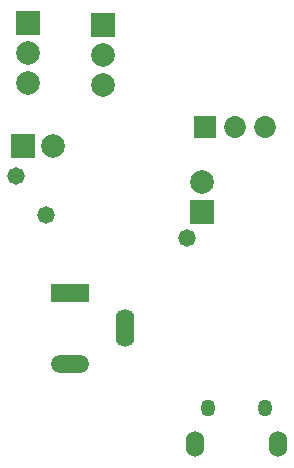
<source format=gbs>
G04*
G04 #@! TF.GenerationSoftware,Altium Limited,Altium Designer,21.2.2 (38)*
G04*
G04 Layer_Color=16711935*
%FSLAX25Y25*%
%MOIN*%
G70*
G04*
G04 #@! TF.SameCoordinates,88AEB5F1-5359-4116-BBE0-5A4BCC55C554*
G04*
G04*
G04 #@! TF.FilePolarity,Negative*
G04*
G01*
G75*
G04:AMPARAMS|DCode=33|XSize=125.98mil|YSize=62.99mil|CornerRadius=31.5mil|HoleSize=0mil|Usage=FLASHONLY|Rotation=180.000|XOffset=0mil|YOffset=0mil|HoleType=Round|Shape=RoundedRectangle|*
%AMROUNDEDRECTD33*
21,1,0.12598,0.00000,0,0,180.0*
21,1,0.06299,0.06299,0,0,180.0*
1,1,0.06299,-0.03150,0.00000*
1,1,0.06299,0.03150,0.00000*
1,1,0.06299,0.03150,0.00000*
1,1,0.06299,-0.03150,0.00000*
%
%ADD33ROUNDEDRECTD33*%
%ADD34R,0.12598X0.06299*%
G04:AMPARAMS|DCode=35|XSize=62.99mil|YSize=125.98mil|CornerRadius=31.5mil|HoleSize=0mil|Usage=FLASHONLY|Rotation=180.000|XOffset=0mil|YOffset=0mil|HoleType=Round|Shape=RoundedRectangle|*
%AMROUNDEDRECTD35*
21,1,0.06299,0.06299,0,0,180.0*
21,1,0.00000,0.12598,0,0,180.0*
1,1,0.06299,0.00000,0.03150*
1,1,0.06299,0.00000,0.03150*
1,1,0.06299,0.00000,-0.03150*
1,1,0.06299,0.00000,-0.03150*
%
%ADD35ROUNDEDRECTD35*%
%ADD36R,0.07887X0.07887*%
%ADD37C,0.07887*%
%ADD38C,0.07296*%
%ADD39R,0.07296X0.07296*%
%ADD40R,0.07887X0.07887*%
%ADD41O,0.06115X0.08674*%
%ADD42O,0.04934X0.05721*%
%ADD43C,0.05800*%
D33*
X21500Y32469D02*
D03*
D34*
Y56090D02*
D03*
D35*
X40004Y44280D02*
D03*
D36*
X65500Y83000D02*
D03*
X32500Y145500D02*
D03*
X7500Y146000D02*
D03*
D37*
X65500Y93000D02*
D03*
X32500Y135500D02*
D03*
Y125500D02*
D03*
X7500Y136000D02*
D03*
Y126000D02*
D03*
X16000Y105000D02*
D03*
D38*
X86500Y111500D02*
D03*
X76500D02*
D03*
D39*
X66500D02*
D03*
D40*
X6000Y105000D02*
D03*
D41*
X91029Y5794D02*
D03*
X63371D02*
D03*
D42*
X86747Y17605D02*
D03*
X67653D02*
D03*
D43*
X60500Y74500D02*
D03*
X13500Y82000D02*
D03*
X3500Y95000D02*
D03*
M02*

</source>
